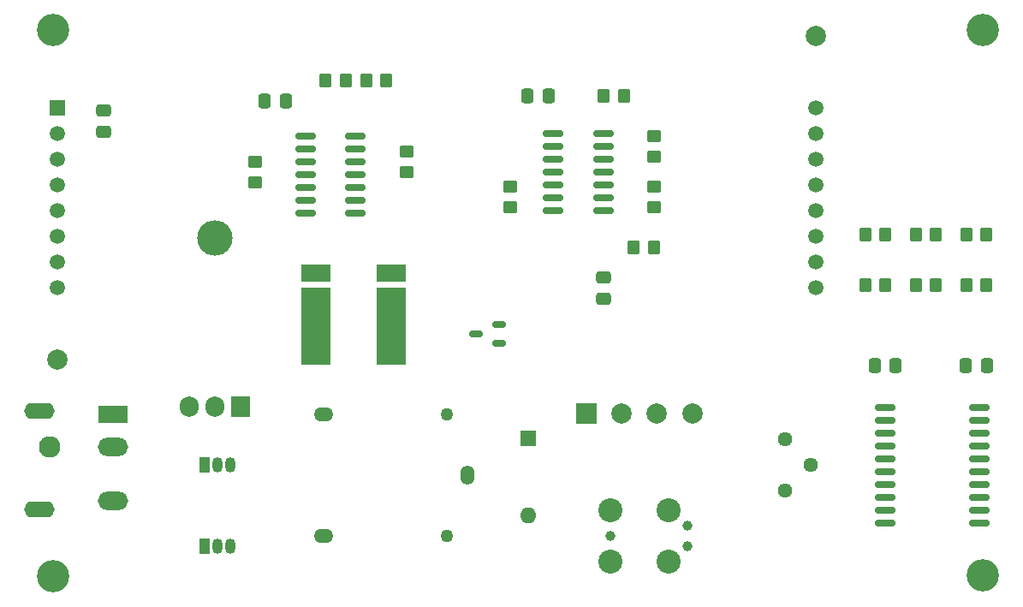
<source format=gbr>
%TF.GenerationSoftware,KiCad,Pcbnew,8.0.1*%
%TF.CreationDate,2024-07-30T14:49:37+02:00*%
%TF.ProjectId,driver,64726976-6572-42e6-9b69-6361645f7063,rev?*%
%TF.SameCoordinates,Original*%
%TF.FileFunction,Soldermask,Bot*%
%TF.FilePolarity,Negative*%
%FSLAX46Y46*%
G04 Gerber Fmt 4.6, Leading zero omitted, Abs format (unit mm)*
G04 Created by KiCad (PCBNEW 8.0.1) date 2024-07-30 14:49:37*
%MOMM*%
%LPD*%
G01*
G04 APERTURE LIST*
G04 Aperture macros list*
%AMRoundRect*
0 Rectangle with rounded corners*
0 $1 Rounding radius*
0 $2 $3 $4 $5 $6 $7 $8 $9 X,Y pos of 4 corners*
0 Add a 4 corners polygon primitive as box body*
4,1,4,$2,$3,$4,$5,$6,$7,$8,$9,$2,$3,0*
0 Add four circle primitives for the rounded corners*
1,1,$1+$1,$2,$3*
1,1,$1+$1,$4,$5*
1,1,$1+$1,$6,$7*
1,1,$1+$1,$8,$9*
0 Add four rect primitives between the rounded corners*
20,1,$1+$1,$2,$3,$4,$5,0*
20,1,$1+$1,$4,$5,$6,$7,0*
20,1,$1+$1,$6,$7,$8,$9,0*
20,1,$1+$1,$8,$9,$2,$3,0*%
G04 Aperture macros list end*
%ADD10C,3.200000*%
%ADD11C,2.000000*%
%ADD12R,1.500000X1.500000*%
%ADD13C,1.500000*%
%ADD14C,1.440000*%
%ADD15C,2.374900*%
%ADD16C,0.990600*%
%ADD17RoundRect,0.250000X-0.350000X-0.450000X0.350000X-0.450000X0.350000X0.450000X-0.350000X0.450000X0*%
%ADD18RoundRect,0.250000X0.337500X0.475000X-0.337500X0.475000X-0.337500X-0.475000X0.337500X-0.475000X0*%
%ADD19RoundRect,0.250000X-0.450000X0.350000X-0.450000X-0.350000X0.450000X-0.350000X0.450000X0.350000X0*%
%ADD20C,2.130000*%
%ADD21R,3.000000X1.800000*%
%ADD22O,3.000000X1.800000*%
%ADD23O,3.000000X1.600000*%
%ADD24R,1.050000X1.500000*%
%ADD25O,1.050000X1.500000*%
%ADD26RoundRect,0.150000X0.825000X0.150000X-0.825000X0.150000X-0.825000X-0.150000X0.825000X-0.150000X0*%
%ADD27R,2.000000X2.000000*%
%ADD28RoundRect,0.250000X0.450000X-0.350000X0.450000X0.350000X-0.450000X0.350000X-0.450000X-0.350000X0*%
%ADD29R,1.600000X1.600000*%
%ADD30O,1.600000X1.600000*%
%ADD31R,2.946400X7.620000*%
%ADD32R,2.946400X1.676400*%
%ADD33RoundRect,0.150000X0.875000X0.150000X-0.875000X0.150000X-0.875000X-0.150000X0.875000X-0.150000X0*%
%ADD34RoundRect,0.250000X-0.475000X0.337500X-0.475000X-0.337500X0.475000X-0.337500X0.475000X0.337500X0*%
%ADD35O,1.900000X1.360000*%
%ADD36O,1.360000X1.900000*%
%ADD37C,1.270000*%
%ADD38RoundRect,0.250000X0.475000X-0.337500X0.475000X0.337500X-0.475000X0.337500X-0.475000X-0.337500X0*%
%ADD39RoundRect,0.150000X0.512500X0.150000X-0.512500X0.150000X-0.512500X-0.150000X0.512500X-0.150000X0*%
%ADD40O,3.500000X3.500000*%
%ADD41R,1.905000X2.000000*%
%ADD42O,1.905000X2.000000*%
G04 APERTURE END LIST*
D10*
%TO.C,H4*%
X246000000Y-107900000D03*
%TD*%
%TO.C,H3*%
X154000000Y-108000000D03*
%TD*%
%TO.C,H2*%
X154000000Y-54000000D03*
%TD*%
D11*
%TO.C,U5*%
X154500000Y-86560000D03*
X229500000Y-54560000D03*
D12*
X154500000Y-61670000D03*
D13*
X154500000Y-64210000D03*
X154500000Y-66750000D03*
X154500000Y-69290000D03*
X154500000Y-71830000D03*
X154500000Y-74370000D03*
X154500000Y-76910000D03*
X154500000Y-79450000D03*
X229500000Y-61670000D03*
X229500000Y-64210000D03*
X229500000Y-66750000D03*
X229500000Y-69290000D03*
X229500000Y-71830000D03*
X229500000Y-74370000D03*
X229500000Y-76910000D03*
X229500000Y-79450000D03*
%TD*%
D14*
%TO.C,RV1*%
X226460000Y-99540000D03*
X229000000Y-97000000D03*
X226460000Y-94460000D03*
%TD*%
D15*
%TO.C,J3*%
X209190000Y-101460000D03*
D16*
X209190000Y-104000000D03*
D15*
X209190000Y-106540000D03*
X214905000Y-101460000D03*
X214905000Y-106540000D03*
D16*
X216810000Y-102984000D03*
X216810000Y-105016000D03*
%TD*%
D10*
%TO.C,H1*%
X246000000Y-54000000D03*
%TD*%
D17*
%TO.C,R7*%
X234350000Y-74175000D03*
X236350000Y-74175000D03*
%TD*%
D18*
%TO.C,C6*%
X203037500Y-60500000D03*
X200962500Y-60500000D03*
%TD*%
D19*
%TO.C,R10*%
X199250000Y-69500000D03*
X199250000Y-71500000D03*
%TD*%
D17*
%TO.C,R4*%
X181000000Y-59000000D03*
X183000000Y-59000000D03*
%TD*%
%TO.C,R14*%
X234350000Y-79175000D03*
X236350000Y-79175000D03*
%TD*%
D19*
%TO.C,R11*%
X213475000Y-64460000D03*
X213475000Y-66460000D03*
%TD*%
D20*
%TO.C,J2*%
X153700000Y-95200000D03*
D21*
X160000000Y-92000000D03*
D22*
X160000000Y-100500000D03*
X160000000Y-95200000D03*
D23*
X152700000Y-101400000D03*
X152700000Y-91600000D03*
%TD*%
D19*
%TO.C,R3*%
X174000000Y-67000000D03*
X174000000Y-69000000D03*
%TD*%
D24*
%TO.C,U7*%
X169000000Y-105000000D03*
D25*
X170270000Y-105000000D03*
X171540000Y-105000000D03*
%TD*%
D26*
%TO.C,U1*%
X183950000Y-64460000D03*
X183950000Y-65730000D03*
X183950000Y-67000000D03*
X183950000Y-68270000D03*
X183950000Y-69540000D03*
X183950000Y-70810000D03*
X183950000Y-72080000D03*
X179000000Y-72080000D03*
X179000000Y-70810000D03*
X179000000Y-69540000D03*
X179000000Y-68270000D03*
X179000000Y-67000000D03*
X179000000Y-65730000D03*
X179000000Y-64460000D03*
%TD*%
D17*
%TO.C,R16*%
X244350000Y-79175000D03*
X246350000Y-79175000D03*
%TD*%
%TO.C,R9*%
X244350000Y-74175000D03*
X246350000Y-74175000D03*
%TD*%
D27*
%TO.C,J1*%
X206750000Y-91900000D03*
D11*
X210250000Y-91900000D03*
X213750000Y-91900000D03*
X217250000Y-91900000D03*
%TD*%
D17*
%TO.C,R6*%
X185000000Y-59000000D03*
X187000000Y-59000000D03*
%TD*%
D18*
%TO.C,C15*%
X246387500Y-87175000D03*
X244312500Y-87175000D03*
%TD*%
D17*
%TO.C,R1*%
X211475000Y-75460000D03*
X213475000Y-75460000D03*
%TD*%
%TO.C,R12*%
X208475000Y-60460000D03*
X210475000Y-60460000D03*
%TD*%
D28*
%TO.C,R5*%
X189000000Y-68000000D03*
X189000000Y-66000000D03*
%TD*%
D29*
%TO.C,D1*%
X201000000Y-94380000D03*
D30*
X201000000Y-102000000D03*
%TD*%
D31*
%TO.C,R2*%
X187467600Y-83257800D03*
D32*
X187467600Y-78000000D03*
X180000000Y-78000000D03*
D31*
X180000000Y-83257800D03*
%TD*%
D33*
%TO.C,U3*%
X245650000Y-91285000D03*
X245650000Y-92555000D03*
X245650000Y-93825000D03*
X245650000Y-95095000D03*
X245650000Y-96365000D03*
X245650000Y-97635000D03*
X245650000Y-98905000D03*
X245650000Y-100175000D03*
X245650000Y-101445000D03*
X245650000Y-102715000D03*
X236350000Y-102715000D03*
X236350000Y-101445000D03*
X236350000Y-100175000D03*
X236350000Y-98905000D03*
X236350000Y-97635000D03*
X236350000Y-96365000D03*
X236350000Y-95095000D03*
X236350000Y-93825000D03*
X236350000Y-92555000D03*
X236350000Y-91285000D03*
%TD*%
D24*
%TO.C,U6*%
X169000000Y-97000000D03*
D25*
X170270000Y-97000000D03*
X171540000Y-97000000D03*
%TD*%
D17*
%TO.C,R8*%
X239350000Y-74175000D03*
X241350000Y-74175000D03*
%TD*%
D34*
%TO.C,C1*%
X208500000Y-78462500D03*
X208500000Y-80537500D03*
%TD*%
D19*
%TO.C,R13*%
X213475000Y-69460000D03*
X213475000Y-71460000D03*
%TD*%
D18*
%TO.C,C7*%
X177037500Y-61000000D03*
X174962500Y-61000000D03*
%TD*%
D35*
%TO.C,K1*%
X180799998Y-92000002D03*
D36*
X195000000Y-98000000D03*
D35*
X180799998Y-103999998D03*
D37*
X192999999Y-92000002D03*
X192999999Y-103999998D03*
%TD*%
D26*
%TO.C,U4*%
X208475000Y-64190000D03*
X208475000Y-65460000D03*
X208475000Y-66730000D03*
X208475000Y-68000000D03*
X208475000Y-69270000D03*
X208475000Y-70540000D03*
X208475000Y-71810000D03*
X203525000Y-71810000D03*
X203525000Y-70540000D03*
X203525000Y-69270000D03*
X203525000Y-68000000D03*
X203525000Y-66730000D03*
X203525000Y-65460000D03*
X203525000Y-64190000D03*
%TD*%
D17*
%TO.C,R15*%
X239350000Y-79175000D03*
X241350000Y-79175000D03*
%TD*%
D38*
%TO.C,C17*%
X159000000Y-64037500D03*
X159000000Y-61962500D03*
%TD*%
D18*
%TO.C,C14*%
X237387500Y-87175000D03*
X235312500Y-87175000D03*
%TD*%
D39*
%TO.C,Q2*%
X198137500Y-83050000D03*
X198137500Y-84950000D03*
X195862500Y-84000000D03*
%TD*%
D40*
%TO.C,U2*%
X170000000Y-74570000D03*
D41*
X172540000Y-91230000D03*
D42*
X170000000Y-91230000D03*
X167460000Y-91230000D03*
%TD*%
M02*

</source>
